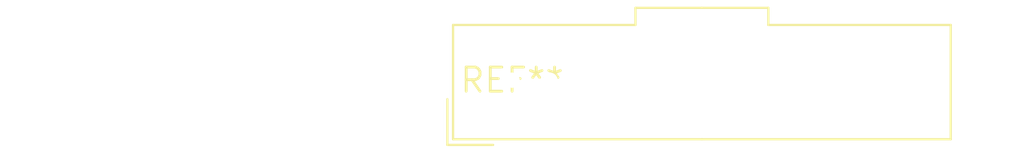
<source format=kicad_pcb>
(kicad_pcb (version 20240108) (generator pcbnew)
  (layers (0 "F.Cu" signal) (31 "B.Cu" signal) (34 "B.Paste" user) (35 "F.Paste" user) (36 "B.SilkS" user "B.Silkscreen") (37 "F.SilkS" user "F.Silkscreen") (38 "B.Mask" user) (39 "F.Mask" user) (44 "Edge.Cuts" user))
  (net 0 "")
  (footprint "Molex_MicroClasp_55932-1130_1x11_P2.00mm_Vertical" (layer "F.Cu") (at 0 0)
    (property "Reference" "REF**")
    (property "Value" "Molex_MicroClasp_55932-1130_1x11_P2.00mm_Vertical")
    (fp_line (start -3.41 1) (end -3.41 3.41) (layer "F.SilkS") (stroke (width 0.12)))
    (fp_line (start -3.41 3.41) (end -1 3.41) (layer "F.SilkS") (stroke (width 0.12)))
    (fp_line (start -3.11 -2.91) (end -3.11 3.11) (layer "F.SilkS") (stroke (width 0.12)))
    (fp_line (start -3.11 3.11) (end 10 3.11) (layer "F.SilkS") (stroke (width 0.12)))
    (fp_line (start 6.5 -3.81) (end 6.5 -2.91) (layer "F.SilkS") (stroke (width 0.12)))
    (fp_line (start 6.5 -2.91) (end -3.11 -2.91) (layer "F.SilkS") (stroke (width 0.12)))
    (fp_line (start 10 -3.81) (end 6.5 -3.81) (layer "F.SilkS") (stroke (width 0.12)))
    (fp_line (start 10 -3.81) (end 13.5 -3.81) (layer "F.SilkS") (stroke (width 0.12)))
    (fp_line (start 13.5 -3.81) (end 13.5 -2.91) (layer "F.SilkS") (stroke (width 0.12)))
    (fp_line (start 13.5 -2.91) (end 23.11 -2.91) (layer "F.SilkS") (stroke (width 0.12)))
    (fp_line (start 23.11 -2.91) (end 23.11 3.11) (layer "F.SilkS") (stroke (width 0.12)))
    (fp_line (start 23.11 3.11) (end 10 3.11) (layer "F.SilkS") (stroke (width 0.12)))
    (pad "1" thru_hole roundrect (at 0 0) (size 1.2 1.8) (drill 0.8) (layers *.Cu *.Mask) (remove_unused_layers) (roundrect_rratio 0.208333))
    (pad "2" thru_hole oval (at 2 0) (size 1.2 1.8) (drill 0.8) (layers *.Cu *.Mask) (remove_unused_layers))
    (pad "3" thru_hole oval (at 4 0) (size 1.2 1.8) (drill 0.8) (layers *.Cu *.Mask) (remove_unused_layers))
    (pad "4" thru_hole oval (at 6 0) (size 1.2 1.8) (drill 0.8) (layers *.Cu *.Mask) (remove_unused_layers))
    (pad "5" thru_hole oval (at 8 0) (size 1.2 1.8) (drill 0.8) (layers *.Cu *.Mask) (remove_unused_layers))
    (pad "6" thru_hole oval (at 10 0) (size 1.2 1.8) (drill 0.8) (layers *.Cu *.Mask) (remove_unused_layers))
    (pad "7" thru_hole oval (at 12 0) (size 1.2 1.8) (drill 0.8) (layers *.Cu *.Mask) (remove_unused_layers))
    (pad "8" thru_hole oval (at 14 0) (size 1.2 1.8) (drill 0.8) (layers *.Cu *.Mask) (remove_unused_layers))
    (pad "9" thru_hole oval (at 16 0) (size 1.2 1.8) (drill 0.8) (layers *.Cu *.Mask) (remove_unused_layers))
    (pad "10" thru_hole oval (at 18 0) (size 1.2 1.8) (drill 0.8) (layers *.Cu *.Mask) (remove_unused_layers))
    (pad "11" thru_hole oval (at 20 0) (size 1.2 1.8) (drill 0.8) (layers *.Cu *.Mask) (remove_unused_layers))
  )
)
</source>
